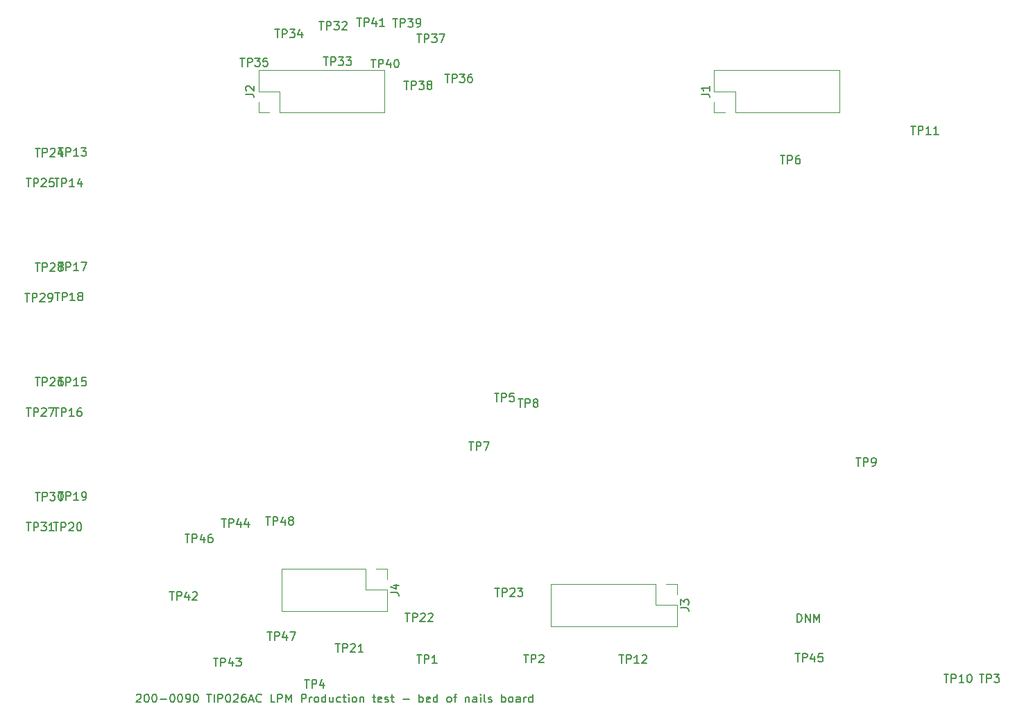
<source format=gbr>
%TF.GenerationSoftware,KiCad,Pcbnew,(6.0.10)*%
%TF.CreationDate,2023-02-14T14:41:43+00:00*%
%TF.ProjectId,Bed_of_nails,4265645f-6f66-45f6-9e61-696c732e6b69,AC*%
%TF.SameCoordinates,Original*%
%TF.FileFunction,Legend,Top*%
%TF.FilePolarity,Positive*%
%FSLAX46Y46*%
G04 Gerber Fmt 4.6, Leading zero omitted, Abs format (unit mm)*
G04 Created by KiCad (PCBNEW (6.0.10)) date 2023-02-14 14:41:43*
%MOMM*%
%LPD*%
G01*
G04 APERTURE LIST*
%ADD10C,0.150000*%
%ADD11C,0.120000*%
G04 APERTURE END LIST*
D10*
X187332857Y-123802380D02*
X187332857Y-122802380D01*
X187570952Y-122802380D01*
X187713809Y-122850000D01*
X187809047Y-122945238D01*
X187856666Y-123040476D01*
X187904285Y-123230952D01*
X187904285Y-123373809D01*
X187856666Y-123564285D01*
X187809047Y-123659523D01*
X187713809Y-123754761D01*
X187570952Y-123802380D01*
X187332857Y-123802380D01*
X188332857Y-123802380D02*
X188332857Y-122802380D01*
X188904285Y-123802380D01*
X188904285Y-122802380D01*
X189380476Y-123802380D02*
X189380476Y-122802380D01*
X189713809Y-123516666D01*
X190047142Y-122802380D01*
X190047142Y-123802380D01*
X106689523Y-132667619D02*
X106737142Y-132620000D01*
X106832380Y-132572380D01*
X107070476Y-132572380D01*
X107165714Y-132620000D01*
X107213333Y-132667619D01*
X107260952Y-132762857D01*
X107260952Y-132858095D01*
X107213333Y-133000952D01*
X106641904Y-133572380D01*
X107260952Y-133572380D01*
X107880000Y-132572380D02*
X107975238Y-132572380D01*
X108070476Y-132620000D01*
X108118095Y-132667619D01*
X108165714Y-132762857D01*
X108213333Y-132953333D01*
X108213333Y-133191428D01*
X108165714Y-133381904D01*
X108118095Y-133477142D01*
X108070476Y-133524761D01*
X107975238Y-133572380D01*
X107880000Y-133572380D01*
X107784761Y-133524761D01*
X107737142Y-133477142D01*
X107689523Y-133381904D01*
X107641904Y-133191428D01*
X107641904Y-132953333D01*
X107689523Y-132762857D01*
X107737142Y-132667619D01*
X107784761Y-132620000D01*
X107880000Y-132572380D01*
X108832380Y-132572380D02*
X108927619Y-132572380D01*
X109022857Y-132620000D01*
X109070476Y-132667619D01*
X109118095Y-132762857D01*
X109165714Y-132953333D01*
X109165714Y-133191428D01*
X109118095Y-133381904D01*
X109070476Y-133477142D01*
X109022857Y-133524761D01*
X108927619Y-133572380D01*
X108832380Y-133572380D01*
X108737142Y-133524761D01*
X108689523Y-133477142D01*
X108641904Y-133381904D01*
X108594285Y-133191428D01*
X108594285Y-132953333D01*
X108641904Y-132762857D01*
X108689523Y-132667619D01*
X108737142Y-132620000D01*
X108832380Y-132572380D01*
X109594285Y-133191428D02*
X110356190Y-133191428D01*
X111022857Y-132572380D02*
X111118095Y-132572380D01*
X111213333Y-132620000D01*
X111260952Y-132667619D01*
X111308571Y-132762857D01*
X111356190Y-132953333D01*
X111356190Y-133191428D01*
X111308571Y-133381904D01*
X111260952Y-133477142D01*
X111213333Y-133524761D01*
X111118095Y-133572380D01*
X111022857Y-133572380D01*
X110927619Y-133524761D01*
X110880000Y-133477142D01*
X110832380Y-133381904D01*
X110784761Y-133191428D01*
X110784761Y-132953333D01*
X110832380Y-132762857D01*
X110880000Y-132667619D01*
X110927619Y-132620000D01*
X111022857Y-132572380D01*
X111975238Y-132572380D02*
X112070476Y-132572380D01*
X112165714Y-132620000D01*
X112213333Y-132667619D01*
X112260952Y-132762857D01*
X112308571Y-132953333D01*
X112308571Y-133191428D01*
X112260952Y-133381904D01*
X112213333Y-133477142D01*
X112165714Y-133524761D01*
X112070476Y-133572380D01*
X111975238Y-133572380D01*
X111880000Y-133524761D01*
X111832380Y-133477142D01*
X111784761Y-133381904D01*
X111737142Y-133191428D01*
X111737142Y-132953333D01*
X111784761Y-132762857D01*
X111832380Y-132667619D01*
X111880000Y-132620000D01*
X111975238Y-132572380D01*
X112784761Y-133572380D02*
X112975238Y-133572380D01*
X113070476Y-133524761D01*
X113118095Y-133477142D01*
X113213333Y-133334285D01*
X113260952Y-133143809D01*
X113260952Y-132762857D01*
X113213333Y-132667619D01*
X113165714Y-132620000D01*
X113070476Y-132572380D01*
X112880000Y-132572380D01*
X112784761Y-132620000D01*
X112737142Y-132667619D01*
X112689523Y-132762857D01*
X112689523Y-133000952D01*
X112737142Y-133096190D01*
X112784761Y-133143809D01*
X112880000Y-133191428D01*
X113070476Y-133191428D01*
X113165714Y-133143809D01*
X113213333Y-133096190D01*
X113260952Y-133000952D01*
X113880000Y-132572380D02*
X113975238Y-132572380D01*
X114070476Y-132620000D01*
X114118095Y-132667619D01*
X114165714Y-132762857D01*
X114213333Y-132953333D01*
X114213333Y-133191428D01*
X114165714Y-133381904D01*
X114118095Y-133477142D01*
X114070476Y-133524761D01*
X113975238Y-133572380D01*
X113880000Y-133572380D01*
X113784761Y-133524761D01*
X113737142Y-133477142D01*
X113689523Y-133381904D01*
X113641904Y-133191428D01*
X113641904Y-132953333D01*
X113689523Y-132762857D01*
X113737142Y-132667619D01*
X113784761Y-132620000D01*
X113880000Y-132572380D01*
X115260952Y-132572380D02*
X115832380Y-132572380D01*
X115546666Y-133572380D02*
X115546666Y-132572380D01*
X116165714Y-133572380D02*
X116165714Y-132572380D01*
X116641904Y-133572380D02*
X116641904Y-132572380D01*
X117022857Y-132572380D01*
X117118095Y-132620000D01*
X117165714Y-132667619D01*
X117213333Y-132762857D01*
X117213333Y-132905714D01*
X117165714Y-133000952D01*
X117118095Y-133048571D01*
X117022857Y-133096190D01*
X116641904Y-133096190D01*
X117832380Y-132572380D02*
X117927619Y-132572380D01*
X118022857Y-132620000D01*
X118070476Y-132667619D01*
X118118095Y-132762857D01*
X118165714Y-132953333D01*
X118165714Y-133191428D01*
X118118095Y-133381904D01*
X118070476Y-133477142D01*
X118022857Y-133524761D01*
X117927619Y-133572380D01*
X117832380Y-133572380D01*
X117737142Y-133524761D01*
X117689523Y-133477142D01*
X117641904Y-133381904D01*
X117594285Y-133191428D01*
X117594285Y-132953333D01*
X117641904Y-132762857D01*
X117689523Y-132667619D01*
X117737142Y-132620000D01*
X117832380Y-132572380D01*
X118546666Y-132667619D02*
X118594285Y-132620000D01*
X118689523Y-132572380D01*
X118927619Y-132572380D01*
X119022857Y-132620000D01*
X119070476Y-132667619D01*
X119118095Y-132762857D01*
X119118095Y-132858095D01*
X119070476Y-133000952D01*
X118499047Y-133572380D01*
X119118095Y-133572380D01*
X119975238Y-132572380D02*
X119784761Y-132572380D01*
X119689523Y-132620000D01*
X119641904Y-132667619D01*
X119546666Y-132810476D01*
X119499047Y-133000952D01*
X119499047Y-133381904D01*
X119546666Y-133477142D01*
X119594285Y-133524761D01*
X119689523Y-133572380D01*
X119879999Y-133572380D01*
X119975238Y-133524761D01*
X120022857Y-133477142D01*
X120070476Y-133381904D01*
X120070476Y-133143809D01*
X120022857Y-133048571D01*
X119975238Y-133000952D01*
X119879999Y-132953333D01*
X119689523Y-132953333D01*
X119594285Y-133000952D01*
X119546666Y-133048571D01*
X119499047Y-133143809D01*
X120451428Y-133286666D02*
X120927619Y-133286666D01*
X120356190Y-133572380D02*
X120689523Y-132572380D01*
X121022857Y-133572380D01*
X121927619Y-133477142D02*
X121879999Y-133524761D01*
X121737142Y-133572380D01*
X121641904Y-133572380D01*
X121499047Y-133524761D01*
X121403809Y-133429523D01*
X121356190Y-133334285D01*
X121308571Y-133143809D01*
X121308571Y-133000952D01*
X121356190Y-132810476D01*
X121403809Y-132715238D01*
X121499047Y-132620000D01*
X121641904Y-132572380D01*
X121737142Y-132572380D01*
X121879999Y-132620000D01*
X121927619Y-132667619D01*
X123594285Y-133572380D02*
X123118095Y-133572380D01*
X123118095Y-132572380D01*
X123927619Y-133572380D02*
X123927619Y-132572380D01*
X124308571Y-132572380D01*
X124403809Y-132620000D01*
X124451428Y-132667619D01*
X124499047Y-132762857D01*
X124499047Y-132905714D01*
X124451428Y-133000952D01*
X124403809Y-133048571D01*
X124308571Y-133096190D01*
X123927619Y-133096190D01*
X124927619Y-133572380D02*
X124927619Y-132572380D01*
X125260952Y-133286666D01*
X125594285Y-132572380D01*
X125594285Y-133572380D01*
X126832380Y-133572380D02*
X126832380Y-132572380D01*
X127213333Y-132572380D01*
X127308571Y-132620000D01*
X127356190Y-132667619D01*
X127403809Y-132762857D01*
X127403809Y-132905714D01*
X127356190Y-133000952D01*
X127308571Y-133048571D01*
X127213333Y-133096190D01*
X126832380Y-133096190D01*
X127832380Y-133572380D02*
X127832380Y-132905714D01*
X127832380Y-133096190D02*
X127879999Y-133000952D01*
X127927619Y-132953333D01*
X128022857Y-132905714D01*
X128118095Y-132905714D01*
X128594285Y-133572380D02*
X128499047Y-133524761D01*
X128451428Y-133477142D01*
X128403809Y-133381904D01*
X128403809Y-133096190D01*
X128451428Y-133000952D01*
X128499047Y-132953333D01*
X128594285Y-132905714D01*
X128737142Y-132905714D01*
X128832380Y-132953333D01*
X128879999Y-133000952D01*
X128927619Y-133096190D01*
X128927619Y-133381904D01*
X128879999Y-133477142D01*
X128832380Y-133524761D01*
X128737142Y-133572380D01*
X128594285Y-133572380D01*
X129784761Y-133572380D02*
X129784761Y-132572380D01*
X129784761Y-133524761D02*
X129689523Y-133572380D01*
X129499047Y-133572380D01*
X129403809Y-133524761D01*
X129356190Y-133477142D01*
X129308571Y-133381904D01*
X129308571Y-133096190D01*
X129356190Y-133000952D01*
X129403809Y-132953333D01*
X129499047Y-132905714D01*
X129689523Y-132905714D01*
X129784761Y-132953333D01*
X130689523Y-132905714D02*
X130689523Y-133572380D01*
X130260952Y-132905714D02*
X130260952Y-133429523D01*
X130308571Y-133524761D01*
X130403809Y-133572380D01*
X130546666Y-133572380D01*
X130641904Y-133524761D01*
X130689523Y-133477142D01*
X131594285Y-133524761D02*
X131499047Y-133572380D01*
X131308571Y-133572380D01*
X131213333Y-133524761D01*
X131165714Y-133477142D01*
X131118095Y-133381904D01*
X131118095Y-133096190D01*
X131165714Y-133000952D01*
X131213333Y-132953333D01*
X131308571Y-132905714D01*
X131499047Y-132905714D01*
X131594285Y-132953333D01*
X131879999Y-132905714D02*
X132260952Y-132905714D01*
X132022857Y-132572380D02*
X132022857Y-133429523D01*
X132070476Y-133524761D01*
X132165714Y-133572380D01*
X132260952Y-133572380D01*
X132594285Y-133572380D02*
X132594285Y-132905714D01*
X132594285Y-132572380D02*
X132546666Y-132620000D01*
X132594285Y-132667619D01*
X132641904Y-132620000D01*
X132594285Y-132572380D01*
X132594285Y-132667619D01*
X133213333Y-133572380D02*
X133118095Y-133524761D01*
X133070476Y-133477142D01*
X133022857Y-133381904D01*
X133022857Y-133096190D01*
X133070476Y-133000952D01*
X133118095Y-132953333D01*
X133213333Y-132905714D01*
X133356190Y-132905714D01*
X133451428Y-132953333D01*
X133499047Y-133000952D01*
X133546666Y-133096190D01*
X133546666Y-133381904D01*
X133499047Y-133477142D01*
X133451428Y-133524761D01*
X133356190Y-133572380D01*
X133213333Y-133572380D01*
X133975238Y-132905714D02*
X133975238Y-133572380D01*
X133975238Y-133000952D02*
X134022857Y-132953333D01*
X134118095Y-132905714D01*
X134260952Y-132905714D01*
X134356190Y-132953333D01*
X134403809Y-133048571D01*
X134403809Y-133572380D01*
X135499047Y-132905714D02*
X135879999Y-132905714D01*
X135641904Y-132572380D02*
X135641904Y-133429523D01*
X135689523Y-133524761D01*
X135784761Y-133572380D01*
X135879999Y-133572380D01*
X136594285Y-133524761D02*
X136499047Y-133572380D01*
X136308571Y-133572380D01*
X136213333Y-133524761D01*
X136165714Y-133429523D01*
X136165714Y-133048571D01*
X136213333Y-132953333D01*
X136308571Y-132905714D01*
X136499047Y-132905714D01*
X136594285Y-132953333D01*
X136641904Y-133048571D01*
X136641904Y-133143809D01*
X136165714Y-133239047D01*
X137022857Y-133524761D02*
X137118095Y-133572380D01*
X137308571Y-133572380D01*
X137403809Y-133524761D01*
X137451428Y-133429523D01*
X137451428Y-133381904D01*
X137403809Y-133286666D01*
X137308571Y-133239047D01*
X137165714Y-133239047D01*
X137070476Y-133191428D01*
X137022857Y-133096190D01*
X137022857Y-133048571D01*
X137070476Y-132953333D01*
X137165714Y-132905714D01*
X137308571Y-132905714D01*
X137403809Y-132953333D01*
X137737142Y-132905714D02*
X138118095Y-132905714D01*
X137879999Y-132572380D02*
X137879999Y-133429523D01*
X137927619Y-133524761D01*
X138022857Y-133572380D01*
X138118095Y-133572380D01*
X139213333Y-133191428D02*
X139975238Y-133191428D01*
X141213333Y-133572380D02*
X141213333Y-132572380D01*
X141213333Y-132953333D02*
X141308571Y-132905714D01*
X141499047Y-132905714D01*
X141594285Y-132953333D01*
X141641904Y-133000952D01*
X141689523Y-133096190D01*
X141689523Y-133381904D01*
X141641904Y-133477142D01*
X141594285Y-133524761D01*
X141499047Y-133572380D01*
X141308571Y-133572380D01*
X141213333Y-133524761D01*
X142499047Y-133524761D02*
X142403809Y-133572380D01*
X142213333Y-133572380D01*
X142118095Y-133524761D01*
X142070476Y-133429523D01*
X142070476Y-133048571D01*
X142118095Y-132953333D01*
X142213333Y-132905714D01*
X142403809Y-132905714D01*
X142499047Y-132953333D01*
X142546666Y-133048571D01*
X142546666Y-133143809D01*
X142070476Y-133239047D01*
X143403809Y-133572380D02*
X143403809Y-132572380D01*
X143403809Y-133524761D02*
X143308571Y-133572380D01*
X143118095Y-133572380D01*
X143022857Y-133524761D01*
X142975238Y-133477142D01*
X142927619Y-133381904D01*
X142927619Y-133096190D01*
X142975238Y-133000952D01*
X143022857Y-132953333D01*
X143118095Y-132905714D01*
X143308571Y-132905714D01*
X143403809Y-132953333D01*
X144784761Y-133572380D02*
X144689523Y-133524761D01*
X144641904Y-133477142D01*
X144594285Y-133381904D01*
X144594285Y-133096190D01*
X144641904Y-133000952D01*
X144689523Y-132953333D01*
X144784761Y-132905714D01*
X144927619Y-132905714D01*
X145022857Y-132953333D01*
X145070476Y-133000952D01*
X145118095Y-133096190D01*
X145118095Y-133381904D01*
X145070476Y-133477142D01*
X145022857Y-133524761D01*
X144927619Y-133572380D01*
X144784761Y-133572380D01*
X145403809Y-132905714D02*
X145784761Y-132905714D01*
X145546666Y-133572380D02*
X145546666Y-132715238D01*
X145594285Y-132620000D01*
X145689523Y-132572380D01*
X145784761Y-132572380D01*
X146879999Y-132905714D02*
X146879999Y-133572380D01*
X146879999Y-133000952D02*
X146927619Y-132953333D01*
X147022857Y-132905714D01*
X147165714Y-132905714D01*
X147260952Y-132953333D01*
X147308571Y-133048571D01*
X147308571Y-133572380D01*
X148213333Y-133572380D02*
X148213333Y-133048571D01*
X148165714Y-132953333D01*
X148070476Y-132905714D01*
X147879999Y-132905714D01*
X147784761Y-132953333D01*
X148213333Y-133524761D02*
X148118095Y-133572380D01*
X147879999Y-133572380D01*
X147784761Y-133524761D01*
X147737142Y-133429523D01*
X147737142Y-133334285D01*
X147784761Y-133239047D01*
X147879999Y-133191428D01*
X148118095Y-133191428D01*
X148213333Y-133143809D01*
X148689523Y-133572380D02*
X148689523Y-132905714D01*
X148689523Y-132572380D02*
X148641904Y-132620000D01*
X148689523Y-132667619D01*
X148737142Y-132620000D01*
X148689523Y-132572380D01*
X148689523Y-132667619D01*
X149308571Y-133572380D02*
X149213333Y-133524761D01*
X149165714Y-133429523D01*
X149165714Y-132572380D01*
X149641904Y-133524761D02*
X149737142Y-133572380D01*
X149927619Y-133572380D01*
X150022857Y-133524761D01*
X150070476Y-133429523D01*
X150070476Y-133381904D01*
X150022857Y-133286666D01*
X149927619Y-133239047D01*
X149784761Y-133239047D01*
X149689523Y-133191428D01*
X149641904Y-133096190D01*
X149641904Y-133048571D01*
X149689523Y-132953333D01*
X149784761Y-132905714D01*
X149927619Y-132905714D01*
X150022857Y-132953333D01*
X151260952Y-133572380D02*
X151260952Y-132572380D01*
X151260952Y-132953333D02*
X151356190Y-132905714D01*
X151546666Y-132905714D01*
X151641904Y-132953333D01*
X151689523Y-133000952D01*
X151737142Y-133096190D01*
X151737142Y-133381904D01*
X151689523Y-133477142D01*
X151641904Y-133524761D01*
X151546666Y-133572380D01*
X151356190Y-133572380D01*
X151260952Y-133524761D01*
X152308571Y-133572380D02*
X152213333Y-133524761D01*
X152165714Y-133477142D01*
X152118095Y-133381904D01*
X152118095Y-133096190D01*
X152165714Y-133000952D01*
X152213333Y-132953333D01*
X152308571Y-132905714D01*
X152451428Y-132905714D01*
X152546666Y-132953333D01*
X152594285Y-133000952D01*
X152641904Y-133096190D01*
X152641904Y-133381904D01*
X152594285Y-133477142D01*
X152546666Y-133524761D01*
X152451428Y-133572380D01*
X152308571Y-133572380D01*
X153499047Y-133572380D02*
X153499047Y-133048571D01*
X153451428Y-132953333D01*
X153356190Y-132905714D01*
X153165714Y-132905714D01*
X153070476Y-132953333D01*
X153499047Y-133524761D02*
X153403809Y-133572380D01*
X153165714Y-133572380D01*
X153070476Y-133524761D01*
X153022857Y-133429523D01*
X153022857Y-133334285D01*
X153070476Y-133239047D01*
X153165714Y-133191428D01*
X153403809Y-133191428D01*
X153499047Y-133143809D01*
X153975238Y-133572380D02*
X153975238Y-132905714D01*
X153975238Y-133096190D02*
X154022857Y-133000952D01*
X154070476Y-132953333D01*
X154165714Y-132905714D01*
X154260952Y-132905714D01*
X155022857Y-133572380D02*
X155022857Y-132572380D01*
X155022857Y-133524761D02*
X154927619Y-133572380D01*
X154737142Y-133572380D01*
X154641904Y-133524761D01*
X154594285Y-133477142D01*
X154546666Y-133381904D01*
X154546666Y-133096190D01*
X154594285Y-133000952D01*
X154641904Y-132953333D01*
X154737142Y-132905714D01*
X154927619Y-132905714D01*
X155022857Y-132953333D01*
%TO.C,J1*%
X175612379Y-59343333D02*
X176326665Y-59343333D01*
X176469522Y-59390952D01*
X176564760Y-59486190D01*
X176612379Y-59629047D01*
X176612379Y-59724285D01*
X176612379Y-58343333D02*
X176612379Y-58914761D01*
X176612379Y-58629047D02*
X175612379Y-58629047D01*
X175755237Y-58724285D01*
X175850475Y-58819523D01*
X175898094Y-58914761D01*
%TO.C,TP46*%
X112611904Y-113072380D02*
X113183333Y-113072380D01*
X112897619Y-114072380D02*
X112897619Y-113072380D01*
X113516666Y-114072380D02*
X113516666Y-113072380D01*
X113897619Y-113072380D01*
X113992857Y-113120000D01*
X114040476Y-113167619D01*
X114088095Y-113262857D01*
X114088095Y-113405714D01*
X114040476Y-113500952D01*
X113992857Y-113548571D01*
X113897619Y-113596190D01*
X113516666Y-113596190D01*
X114945238Y-113405714D02*
X114945238Y-114072380D01*
X114707142Y-113024761D02*
X114469047Y-113739047D01*
X115088095Y-113739047D01*
X115897619Y-113072380D02*
X115707142Y-113072380D01*
X115611904Y-113120000D01*
X115564285Y-113167619D01*
X115469047Y-113310476D01*
X115421428Y-113500952D01*
X115421428Y-113881904D01*
X115469047Y-113977142D01*
X115516666Y-114024761D01*
X115611904Y-114072380D01*
X115802380Y-114072380D01*
X115897619Y-114024761D01*
X115945238Y-113977142D01*
X115992857Y-113881904D01*
X115992857Y-113643809D01*
X115945238Y-113548571D01*
X115897619Y-113500952D01*
X115802380Y-113453333D01*
X115611904Y-113453333D01*
X115516666Y-113500952D01*
X115469047Y-113548571D01*
X115421428Y-113643809D01*
%TO.C,TP5*%
X150367857Y-95852380D02*
X150939285Y-95852380D01*
X150653571Y-96852380D02*
X150653571Y-95852380D01*
X151272619Y-96852380D02*
X151272619Y-95852380D01*
X151653571Y-95852380D01*
X151748809Y-95900000D01*
X151796428Y-95947619D01*
X151844047Y-96042857D01*
X151844047Y-96185714D01*
X151796428Y-96280952D01*
X151748809Y-96328571D01*
X151653571Y-96376190D01*
X151272619Y-96376190D01*
X152748809Y-95852380D02*
X152272619Y-95852380D01*
X152225000Y-96328571D01*
X152272619Y-96280952D01*
X152367857Y-96233333D01*
X152605952Y-96233333D01*
X152701190Y-96280952D01*
X152748809Y-96328571D01*
X152796428Y-96423809D01*
X152796428Y-96661904D01*
X152748809Y-96757142D01*
X152701190Y-96804761D01*
X152605952Y-96852380D01*
X152367857Y-96852380D01*
X152272619Y-96804761D01*
X152225000Y-96757142D01*
%TO.C,TP21*%
X130961904Y-126442380D02*
X131533333Y-126442380D01*
X131247619Y-127442380D02*
X131247619Y-126442380D01*
X131866666Y-127442380D02*
X131866666Y-126442380D01*
X132247619Y-126442380D01*
X132342857Y-126490000D01*
X132390476Y-126537619D01*
X132438095Y-126632857D01*
X132438095Y-126775714D01*
X132390476Y-126870952D01*
X132342857Y-126918571D01*
X132247619Y-126966190D01*
X131866666Y-126966190D01*
X132819047Y-126537619D02*
X132866666Y-126490000D01*
X132961904Y-126442380D01*
X133200000Y-126442380D01*
X133295238Y-126490000D01*
X133342857Y-126537619D01*
X133390476Y-126632857D01*
X133390476Y-126728095D01*
X133342857Y-126870952D01*
X132771428Y-127442380D01*
X133390476Y-127442380D01*
X134342857Y-127442380D02*
X133771428Y-127442380D01*
X134057142Y-127442380D02*
X134057142Y-126442380D01*
X133961904Y-126585238D01*
X133866666Y-126680476D01*
X133771428Y-126728095D01*
%TO.C,TP3*%
X209558095Y-130152380D02*
X210129523Y-130152380D01*
X209843809Y-131152380D02*
X209843809Y-130152380D01*
X210462857Y-131152380D02*
X210462857Y-130152380D01*
X210843809Y-130152380D01*
X210939047Y-130200000D01*
X210986666Y-130247619D01*
X211034285Y-130342857D01*
X211034285Y-130485714D01*
X210986666Y-130580952D01*
X210939047Y-130628571D01*
X210843809Y-130676190D01*
X210462857Y-130676190D01*
X211367619Y-130152380D02*
X211986666Y-130152380D01*
X211653333Y-130533333D01*
X211796190Y-130533333D01*
X211891428Y-130580952D01*
X211939047Y-130628571D01*
X211986666Y-130723809D01*
X211986666Y-130961904D01*
X211939047Y-131057142D01*
X211891428Y-131104761D01*
X211796190Y-131152380D01*
X211510476Y-131152380D01*
X211415238Y-131104761D01*
X211367619Y-131057142D01*
%TO.C,TP42*%
X110732618Y-120092380D02*
X111304047Y-120092380D01*
X111018333Y-121092380D02*
X111018333Y-120092380D01*
X111637380Y-121092380D02*
X111637380Y-120092380D01*
X112018333Y-120092380D01*
X112113571Y-120140000D01*
X112161190Y-120187619D01*
X112208809Y-120282857D01*
X112208809Y-120425714D01*
X112161190Y-120520952D01*
X112113571Y-120568571D01*
X112018333Y-120616190D01*
X111637380Y-120616190D01*
X113065952Y-120425714D02*
X113065952Y-121092380D01*
X112827856Y-120044761D02*
X112589761Y-120759047D01*
X113208809Y-120759047D01*
X113542142Y-120187619D02*
X113589761Y-120140000D01*
X113684999Y-120092380D01*
X113923094Y-120092380D01*
X114018333Y-120140000D01*
X114065952Y-120187619D01*
X114113571Y-120282857D01*
X114113571Y-120378095D01*
X114065952Y-120520952D01*
X113494523Y-121092380D01*
X114113571Y-121092380D01*
%TO.C,TP28*%
X94341666Y-79952380D02*
X94913095Y-79952380D01*
X94627381Y-80952380D02*
X94627381Y-79952380D01*
X95246428Y-80952380D02*
X95246428Y-79952380D01*
X95627381Y-79952380D01*
X95722619Y-80000000D01*
X95770238Y-80047619D01*
X95817857Y-80142857D01*
X95817857Y-80285714D01*
X95770238Y-80380952D01*
X95722619Y-80428571D01*
X95627381Y-80476190D01*
X95246428Y-80476190D01*
X96198809Y-80047619D02*
X96246428Y-80000000D01*
X96341666Y-79952380D01*
X96579762Y-79952380D01*
X96675000Y-80000000D01*
X96722619Y-80047619D01*
X96770238Y-80142857D01*
X96770238Y-80238095D01*
X96722619Y-80380952D01*
X96151190Y-80952380D01*
X96770238Y-80952380D01*
X97341666Y-80380952D02*
X97246428Y-80333333D01*
X97198809Y-80285714D01*
X97151190Y-80190476D01*
X97151190Y-80142857D01*
X97198809Y-80047619D01*
X97246428Y-80000000D01*
X97341666Y-79952380D01*
X97532142Y-79952380D01*
X97627381Y-80000000D01*
X97675000Y-80047619D01*
X97722619Y-80142857D01*
X97722619Y-80190476D01*
X97675000Y-80285714D01*
X97627381Y-80333333D01*
X97532142Y-80380952D01*
X97341666Y-80380952D01*
X97246428Y-80428571D01*
X97198809Y-80476190D01*
X97151190Y-80571428D01*
X97151190Y-80761904D01*
X97198809Y-80857142D01*
X97246428Y-80904761D01*
X97341666Y-80952380D01*
X97532142Y-80952380D01*
X97627381Y-80904761D01*
X97675000Y-80857142D01*
X97722619Y-80761904D01*
X97722619Y-80571428D01*
X97675000Y-80476190D01*
X97627381Y-80428571D01*
X97532142Y-80380952D01*
%TO.C,TP2*%
X153967857Y-127752380D02*
X154539285Y-127752380D01*
X154253571Y-128752380D02*
X154253571Y-127752380D01*
X154872619Y-128752380D02*
X154872619Y-127752380D01*
X155253571Y-127752380D01*
X155348809Y-127800000D01*
X155396428Y-127847619D01*
X155444047Y-127942857D01*
X155444047Y-128085714D01*
X155396428Y-128180952D01*
X155348809Y-128228571D01*
X155253571Y-128276190D01*
X154872619Y-128276190D01*
X155825000Y-127847619D02*
X155872619Y-127800000D01*
X155967857Y-127752380D01*
X156205952Y-127752380D01*
X156301190Y-127800000D01*
X156348809Y-127847619D01*
X156396428Y-127942857D01*
X156396428Y-128038095D01*
X156348809Y-128180952D01*
X155777381Y-128752380D01*
X156396428Y-128752380D01*
%TO.C,TP15*%
X97191666Y-93952380D02*
X97763095Y-93952380D01*
X97477381Y-94952380D02*
X97477381Y-93952380D01*
X98096428Y-94952380D02*
X98096428Y-93952380D01*
X98477381Y-93952380D01*
X98572619Y-94000000D01*
X98620238Y-94047619D01*
X98667857Y-94142857D01*
X98667857Y-94285714D01*
X98620238Y-94380952D01*
X98572619Y-94428571D01*
X98477381Y-94476190D01*
X98096428Y-94476190D01*
X99620238Y-94952380D02*
X99048809Y-94952380D01*
X99334523Y-94952380D02*
X99334523Y-93952380D01*
X99239285Y-94095238D01*
X99144047Y-94190476D01*
X99048809Y-94238095D01*
X100525000Y-93952380D02*
X100048809Y-93952380D01*
X100001190Y-94428571D01*
X100048809Y-94380952D01*
X100144047Y-94333333D01*
X100382142Y-94333333D01*
X100477381Y-94380952D01*
X100525000Y-94428571D01*
X100572619Y-94523809D01*
X100572619Y-94761904D01*
X100525000Y-94857142D01*
X100477381Y-94904761D01*
X100382142Y-94952380D01*
X100144047Y-94952380D01*
X100048809Y-94904761D01*
X100001190Y-94857142D01*
%TO.C,TP24*%
X94341666Y-65952380D02*
X94913095Y-65952380D01*
X94627381Y-66952380D02*
X94627381Y-65952380D01*
X95246428Y-66952380D02*
X95246428Y-65952380D01*
X95627381Y-65952380D01*
X95722619Y-66000000D01*
X95770238Y-66047619D01*
X95817857Y-66142857D01*
X95817857Y-66285714D01*
X95770238Y-66380952D01*
X95722619Y-66428571D01*
X95627381Y-66476190D01*
X95246428Y-66476190D01*
X96198809Y-66047619D02*
X96246428Y-66000000D01*
X96341666Y-65952380D01*
X96579762Y-65952380D01*
X96675000Y-66000000D01*
X96722619Y-66047619D01*
X96770238Y-66142857D01*
X96770238Y-66238095D01*
X96722619Y-66380952D01*
X96151190Y-66952380D01*
X96770238Y-66952380D01*
X97627381Y-66285714D02*
X97627381Y-66952380D01*
X97389285Y-65904761D02*
X97151190Y-66619047D01*
X97770238Y-66619047D01*
%TO.C,TP9*%
X194517857Y-103752380D02*
X195089285Y-103752380D01*
X194803571Y-104752380D02*
X194803571Y-103752380D01*
X195422619Y-104752380D02*
X195422619Y-103752380D01*
X195803571Y-103752380D01*
X195898809Y-103800000D01*
X195946428Y-103847619D01*
X195994047Y-103942857D01*
X195994047Y-104085714D01*
X195946428Y-104180952D01*
X195898809Y-104228571D01*
X195803571Y-104276190D01*
X195422619Y-104276190D01*
X196470238Y-104752380D02*
X196660714Y-104752380D01*
X196755952Y-104704761D01*
X196803571Y-104657142D01*
X196898809Y-104514285D01*
X196946428Y-104323809D01*
X196946428Y-103942857D01*
X196898809Y-103847619D01*
X196851190Y-103800000D01*
X196755952Y-103752380D01*
X196565476Y-103752380D01*
X196470238Y-103800000D01*
X196422619Y-103847619D01*
X196375000Y-103942857D01*
X196375000Y-104180952D01*
X196422619Y-104276190D01*
X196470238Y-104323809D01*
X196565476Y-104371428D01*
X196755952Y-104371428D01*
X196851190Y-104323809D01*
X196898809Y-104276190D01*
X196946428Y-104180952D01*
%TO.C,TP38*%
X139351904Y-57752380D02*
X139923333Y-57752380D01*
X139637619Y-58752380D02*
X139637619Y-57752380D01*
X140256666Y-58752380D02*
X140256666Y-57752380D01*
X140637619Y-57752380D01*
X140732857Y-57800000D01*
X140780476Y-57847619D01*
X140828095Y-57942857D01*
X140828095Y-58085714D01*
X140780476Y-58180952D01*
X140732857Y-58228571D01*
X140637619Y-58276190D01*
X140256666Y-58276190D01*
X141161428Y-57752380D02*
X141780476Y-57752380D01*
X141447142Y-58133333D01*
X141590000Y-58133333D01*
X141685238Y-58180952D01*
X141732857Y-58228571D01*
X141780476Y-58323809D01*
X141780476Y-58561904D01*
X141732857Y-58657142D01*
X141685238Y-58704761D01*
X141590000Y-58752380D01*
X141304285Y-58752380D01*
X141209047Y-58704761D01*
X141161428Y-58657142D01*
X142351904Y-58180952D02*
X142256666Y-58133333D01*
X142209047Y-58085714D01*
X142161428Y-57990476D01*
X142161428Y-57942857D01*
X142209047Y-57847619D01*
X142256666Y-57800000D01*
X142351904Y-57752380D01*
X142542380Y-57752380D01*
X142637619Y-57800000D01*
X142685238Y-57847619D01*
X142732857Y-57942857D01*
X142732857Y-57990476D01*
X142685238Y-58085714D01*
X142637619Y-58133333D01*
X142542380Y-58180952D01*
X142351904Y-58180952D01*
X142256666Y-58228571D01*
X142209047Y-58276190D01*
X142161428Y-58371428D01*
X142161428Y-58561904D01*
X142209047Y-58657142D01*
X142256666Y-58704761D01*
X142351904Y-58752380D01*
X142542380Y-58752380D01*
X142637619Y-58704761D01*
X142685238Y-58657142D01*
X142732857Y-58561904D01*
X142732857Y-58371428D01*
X142685238Y-58276190D01*
X142637619Y-58228571D01*
X142542380Y-58180952D01*
%TO.C,TP14*%
X96691666Y-69652380D02*
X97263095Y-69652380D01*
X96977381Y-70652380D02*
X96977381Y-69652380D01*
X97596428Y-70652380D02*
X97596428Y-69652380D01*
X97977381Y-69652380D01*
X98072619Y-69700000D01*
X98120238Y-69747619D01*
X98167857Y-69842857D01*
X98167857Y-69985714D01*
X98120238Y-70080952D01*
X98072619Y-70128571D01*
X97977381Y-70176190D01*
X97596428Y-70176190D01*
X99120238Y-70652380D02*
X98548809Y-70652380D01*
X98834523Y-70652380D02*
X98834523Y-69652380D01*
X98739285Y-69795238D01*
X98644047Y-69890476D01*
X98548809Y-69938095D01*
X99977381Y-69985714D02*
X99977381Y-70652380D01*
X99739285Y-69604761D02*
X99501190Y-70319047D01*
X100120238Y-70319047D01*
%TO.C,TP26*%
X94341666Y-93952380D02*
X94913095Y-93952380D01*
X94627381Y-94952380D02*
X94627381Y-93952380D01*
X95246428Y-94952380D02*
X95246428Y-93952380D01*
X95627381Y-93952380D01*
X95722619Y-94000000D01*
X95770238Y-94047619D01*
X95817857Y-94142857D01*
X95817857Y-94285714D01*
X95770238Y-94380952D01*
X95722619Y-94428571D01*
X95627381Y-94476190D01*
X95246428Y-94476190D01*
X96198809Y-94047619D02*
X96246428Y-94000000D01*
X96341666Y-93952380D01*
X96579762Y-93952380D01*
X96675000Y-94000000D01*
X96722619Y-94047619D01*
X96770238Y-94142857D01*
X96770238Y-94238095D01*
X96722619Y-94380952D01*
X96151190Y-94952380D01*
X96770238Y-94952380D01*
X97627381Y-93952380D02*
X97436904Y-93952380D01*
X97341666Y-94000000D01*
X97294047Y-94047619D01*
X97198809Y-94190476D01*
X97151190Y-94380952D01*
X97151190Y-94761904D01*
X97198809Y-94857142D01*
X97246428Y-94904761D01*
X97341666Y-94952380D01*
X97532142Y-94952380D01*
X97627381Y-94904761D01*
X97675000Y-94857142D01*
X97722619Y-94761904D01*
X97722619Y-94523809D01*
X97675000Y-94428571D01*
X97627381Y-94380952D01*
X97532142Y-94333333D01*
X97341666Y-94333333D01*
X97246428Y-94380952D01*
X97198809Y-94428571D01*
X97151190Y-94523809D01*
%TO.C,TP37*%
X140911904Y-52042380D02*
X141483333Y-52042380D01*
X141197619Y-53042380D02*
X141197619Y-52042380D01*
X141816666Y-53042380D02*
X141816666Y-52042380D01*
X142197619Y-52042380D01*
X142292857Y-52090000D01*
X142340476Y-52137619D01*
X142388095Y-52232857D01*
X142388095Y-52375714D01*
X142340476Y-52470952D01*
X142292857Y-52518571D01*
X142197619Y-52566190D01*
X141816666Y-52566190D01*
X142721428Y-52042380D02*
X143340476Y-52042380D01*
X143007142Y-52423333D01*
X143150000Y-52423333D01*
X143245238Y-52470952D01*
X143292857Y-52518571D01*
X143340476Y-52613809D01*
X143340476Y-52851904D01*
X143292857Y-52947142D01*
X143245238Y-52994761D01*
X143150000Y-53042380D01*
X142864285Y-53042380D01*
X142769047Y-52994761D01*
X142721428Y-52947142D01*
X143673809Y-52042380D02*
X144340476Y-52042380D01*
X143911904Y-53042380D01*
%TO.C,TP23*%
X150441904Y-119642380D02*
X151013333Y-119642380D01*
X150727619Y-120642380D02*
X150727619Y-119642380D01*
X151346666Y-120642380D02*
X151346666Y-119642380D01*
X151727619Y-119642380D01*
X151822857Y-119690000D01*
X151870476Y-119737619D01*
X151918095Y-119832857D01*
X151918095Y-119975714D01*
X151870476Y-120070952D01*
X151822857Y-120118571D01*
X151727619Y-120166190D01*
X151346666Y-120166190D01*
X152299047Y-119737619D02*
X152346666Y-119690000D01*
X152441904Y-119642380D01*
X152680000Y-119642380D01*
X152775238Y-119690000D01*
X152822857Y-119737619D01*
X152870476Y-119832857D01*
X152870476Y-119928095D01*
X152822857Y-120070952D01*
X152251428Y-120642380D01*
X152870476Y-120642380D01*
X153203809Y-119642380D02*
X153822857Y-119642380D01*
X153489523Y-120023333D01*
X153632380Y-120023333D01*
X153727619Y-120070952D01*
X153775238Y-120118571D01*
X153822857Y-120213809D01*
X153822857Y-120451904D01*
X153775238Y-120547142D01*
X153727619Y-120594761D01*
X153632380Y-120642380D01*
X153346666Y-120642380D01*
X153251428Y-120594761D01*
X153203809Y-120547142D01*
%TO.C,TP13*%
X97191666Y-65902380D02*
X97763095Y-65902380D01*
X97477381Y-66902380D02*
X97477381Y-65902380D01*
X98096428Y-66902380D02*
X98096428Y-65902380D01*
X98477381Y-65902380D01*
X98572619Y-65950000D01*
X98620238Y-65997619D01*
X98667857Y-66092857D01*
X98667857Y-66235714D01*
X98620238Y-66330952D01*
X98572619Y-66378571D01*
X98477381Y-66426190D01*
X98096428Y-66426190D01*
X99620238Y-66902380D02*
X99048809Y-66902380D01*
X99334523Y-66902380D02*
X99334523Y-65902380D01*
X99239285Y-66045238D01*
X99144047Y-66140476D01*
X99048809Y-66188095D01*
X99953571Y-65902380D02*
X100572619Y-65902380D01*
X100239285Y-66283333D01*
X100382142Y-66283333D01*
X100477381Y-66330952D01*
X100525000Y-66378571D01*
X100572619Y-66473809D01*
X100572619Y-66711904D01*
X100525000Y-66807142D01*
X100477381Y-66854761D01*
X100382142Y-66902380D01*
X100096428Y-66902380D01*
X100001190Y-66854761D01*
X99953571Y-66807142D01*
%TO.C,TP6*%
X185267857Y-66852380D02*
X185839285Y-66852380D01*
X185553571Y-67852380D02*
X185553571Y-66852380D01*
X186172619Y-67852380D02*
X186172619Y-66852380D01*
X186553571Y-66852380D01*
X186648809Y-66900000D01*
X186696428Y-66947619D01*
X186744047Y-67042857D01*
X186744047Y-67185714D01*
X186696428Y-67280952D01*
X186648809Y-67328571D01*
X186553571Y-67376190D01*
X186172619Y-67376190D01*
X187601190Y-66852380D02*
X187410714Y-66852380D01*
X187315476Y-66900000D01*
X187267857Y-66947619D01*
X187172619Y-67090476D01*
X187125000Y-67280952D01*
X187125000Y-67661904D01*
X187172619Y-67757142D01*
X187220238Y-67804761D01*
X187315476Y-67852380D01*
X187505952Y-67852380D01*
X187601190Y-67804761D01*
X187648809Y-67757142D01*
X187696428Y-67661904D01*
X187696428Y-67423809D01*
X187648809Y-67328571D01*
X187601190Y-67280952D01*
X187505952Y-67233333D01*
X187315476Y-67233333D01*
X187220238Y-67280952D01*
X187172619Y-67328571D01*
X187125000Y-67423809D01*
%TO.C,TP11*%
X201191666Y-63252380D02*
X201763095Y-63252380D01*
X201477381Y-64252380D02*
X201477381Y-63252380D01*
X202096428Y-64252380D02*
X202096428Y-63252380D01*
X202477381Y-63252380D01*
X202572619Y-63300000D01*
X202620238Y-63347619D01*
X202667857Y-63442857D01*
X202667857Y-63585714D01*
X202620238Y-63680952D01*
X202572619Y-63728571D01*
X202477381Y-63776190D01*
X202096428Y-63776190D01*
X203620238Y-64252380D02*
X203048809Y-64252380D01*
X203334523Y-64252380D02*
X203334523Y-63252380D01*
X203239285Y-63395238D01*
X203144047Y-63490476D01*
X203048809Y-63538095D01*
X204572619Y-64252380D02*
X204001190Y-64252380D01*
X204286904Y-64252380D02*
X204286904Y-63252380D01*
X204191666Y-63395238D01*
X204096428Y-63490476D01*
X204001190Y-63538095D01*
%TO.C,TP45*%
X187082618Y-127622380D02*
X187654047Y-127622380D01*
X187368333Y-128622380D02*
X187368333Y-127622380D01*
X187987380Y-128622380D02*
X187987380Y-127622380D01*
X188368333Y-127622380D01*
X188463571Y-127670000D01*
X188511190Y-127717619D01*
X188558809Y-127812857D01*
X188558809Y-127955714D01*
X188511190Y-128050952D01*
X188463571Y-128098571D01*
X188368333Y-128146190D01*
X187987380Y-128146190D01*
X189415952Y-127955714D02*
X189415952Y-128622380D01*
X189177856Y-127574761D02*
X188939761Y-128289047D01*
X189558809Y-128289047D01*
X190415952Y-127622380D02*
X189939761Y-127622380D01*
X189892142Y-128098571D01*
X189939761Y-128050952D01*
X190034999Y-128003333D01*
X190273094Y-128003333D01*
X190368333Y-128050952D01*
X190415952Y-128098571D01*
X190463571Y-128193809D01*
X190463571Y-128431904D01*
X190415952Y-128527142D01*
X190368333Y-128574761D01*
X190273094Y-128622380D01*
X190034999Y-128622380D01*
X189939761Y-128574761D01*
X189892142Y-128527142D01*
%TO.C,TP4*%
X127198095Y-130822380D02*
X127769523Y-130822380D01*
X127483809Y-131822380D02*
X127483809Y-130822380D01*
X128102857Y-131822380D02*
X128102857Y-130822380D01*
X128483809Y-130822380D01*
X128579047Y-130870000D01*
X128626666Y-130917619D01*
X128674285Y-131012857D01*
X128674285Y-131155714D01*
X128626666Y-131250952D01*
X128579047Y-131298571D01*
X128483809Y-131346190D01*
X128102857Y-131346190D01*
X129531428Y-131155714D02*
X129531428Y-131822380D01*
X129293333Y-130774761D02*
X129055238Y-131489047D01*
X129674285Y-131489047D01*
%TO.C,TP32*%
X128981904Y-50502380D02*
X129553333Y-50502380D01*
X129267619Y-51502380D02*
X129267619Y-50502380D01*
X129886666Y-51502380D02*
X129886666Y-50502380D01*
X130267619Y-50502380D01*
X130362857Y-50550000D01*
X130410476Y-50597619D01*
X130458095Y-50692857D01*
X130458095Y-50835714D01*
X130410476Y-50930952D01*
X130362857Y-50978571D01*
X130267619Y-51026190D01*
X129886666Y-51026190D01*
X130791428Y-50502380D02*
X131410476Y-50502380D01*
X131077142Y-50883333D01*
X131220000Y-50883333D01*
X131315238Y-50930952D01*
X131362857Y-50978571D01*
X131410476Y-51073809D01*
X131410476Y-51311904D01*
X131362857Y-51407142D01*
X131315238Y-51454761D01*
X131220000Y-51502380D01*
X130934285Y-51502380D01*
X130839047Y-51454761D01*
X130791428Y-51407142D01*
X131791428Y-50597619D02*
X131839047Y-50550000D01*
X131934285Y-50502380D01*
X132172380Y-50502380D01*
X132267619Y-50550000D01*
X132315238Y-50597619D01*
X132362857Y-50692857D01*
X132362857Y-50788095D01*
X132315238Y-50930952D01*
X131743809Y-51502380D01*
X132362857Y-51502380D01*
%TO.C,TP18*%
X96741666Y-83552380D02*
X97313095Y-83552380D01*
X97027381Y-84552380D02*
X97027381Y-83552380D01*
X97646428Y-84552380D02*
X97646428Y-83552380D01*
X98027381Y-83552380D01*
X98122619Y-83600000D01*
X98170238Y-83647619D01*
X98217857Y-83742857D01*
X98217857Y-83885714D01*
X98170238Y-83980952D01*
X98122619Y-84028571D01*
X98027381Y-84076190D01*
X97646428Y-84076190D01*
X99170238Y-84552380D02*
X98598809Y-84552380D01*
X98884523Y-84552380D02*
X98884523Y-83552380D01*
X98789285Y-83695238D01*
X98694047Y-83790476D01*
X98598809Y-83838095D01*
X99741666Y-83980952D02*
X99646428Y-83933333D01*
X99598809Y-83885714D01*
X99551190Y-83790476D01*
X99551190Y-83742857D01*
X99598809Y-83647619D01*
X99646428Y-83600000D01*
X99741666Y-83552380D01*
X99932142Y-83552380D01*
X100027381Y-83600000D01*
X100075000Y-83647619D01*
X100122619Y-83742857D01*
X100122619Y-83790476D01*
X100075000Y-83885714D01*
X100027381Y-83933333D01*
X99932142Y-83980952D01*
X99741666Y-83980952D01*
X99646428Y-84028571D01*
X99598809Y-84076190D01*
X99551190Y-84171428D01*
X99551190Y-84361904D01*
X99598809Y-84457142D01*
X99646428Y-84504761D01*
X99741666Y-84552380D01*
X99932142Y-84552380D01*
X100027381Y-84504761D01*
X100075000Y-84457142D01*
X100122619Y-84361904D01*
X100122619Y-84171428D01*
X100075000Y-84076190D01*
X100027381Y-84028571D01*
X99932142Y-83980952D01*
%TO.C,TP25*%
X93241666Y-69652380D02*
X93813095Y-69652380D01*
X93527381Y-70652380D02*
X93527381Y-69652380D01*
X94146428Y-70652380D02*
X94146428Y-69652380D01*
X94527381Y-69652380D01*
X94622619Y-69700000D01*
X94670238Y-69747619D01*
X94717857Y-69842857D01*
X94717857Y-69985714D01*
X94670238Y-70080952D01*
X94622619Y-70128571D01*
X94527381Y-70176190D01*
X94146428Y-70176190D01*
X95098809Y-69747619D02*
X95146428Y-69700000D01*
X95241666Y-69652380D01*
X95479762Y-69652380D01*
X95575000Y-69700000D01*
X95622619Y-69747619D01*
X95670238Y-69842857D01*
X95670238Y-69938095D01*
X95622619Y-70080952D01*
X95051190Y-70652380D01*
X95670238Y-70652380D01*
X96575000Y-69652380D02*
X96098809Y-69652380D01*
X96051190Y-70128571D01*
X96098809Y-70080952D01*
X96194047Y-70033333D01*
X96432142Y-70033333D01*
X96527381Y-70080952D01*
X96575000Y-70128571D01*
X96622619Y-70223809D01*
X96622619Y-70461904D01*
X96575000Y-70557142D01*
X96527381Y-70604761D01*
X96432142Y-70652380D01*
X96194047Y-70652380D01*
X96098809Y-70604761D01*
X96051190Y-70557142D01*
%TO.C,TP8*%
X153267857Y-96552380D02*
X153839285Y-96552380D01*
X153553571Y-97552380D02*
X153553571Y-96552380D01*
X154172619Y-97552380D02*
X154172619Y-96552380D01*
X154553571Y-96552380D01*
X154648809Y-96600000D01*
X154696428Y-96647619D01*
X154744047Y-96742857D01*
X154744047Y-96885714D01*
X154696428Y-96980952D01*
X154648809Y-97028571D01*
X154553571Y-97076190D01*
X154172619Y-97076190D01*
X155315476Y-96980952D02*
X155220238Y-96933333D01*
X155172619Y-96885714D01*
X155125000Y-96790476D01*
X155125000Y-96742857D01*
X155172619Y-96647619D01*
X155220238Y-96600000D01*
X155315476Y-96552380D01*
X155505952Y-96552380D01*
X155601190Y-96600000D01*
X155648809Y-96647619D01*
X155696428Y-96742857D01*
X155696428Y-96790476D01*
X155648809Y-96885714D01*
X155601190Y-96933333D01*
X155505952Y-96980952D01*
X155315476Y-96980952D01*
X155220238Y-97028571D01*
X155172619Y-97076190D01*
X155125000Y-97171428D01*
X155125000Y-97361904D01*
X155172619Y-97457142D01*
X155220238Y-97504761D01*
X155315476Y-97552380D01*
X155505952Y-97552380D01*
X155601190Y-97504761D01*
X155648809Y-97457142D01*
X155696428Y-97361904D01*
X155696428Y-97171428D01*
X155648809Y-97076190D01*
X155601190Y-97028571D01*
X155505952Y-96980952D01*
%TO.C,TP1*%
X140917857Y-127802380D02*
X141489285Y-127802380D01*
X141203571Y-128802380D02*
X141203571Y-127802380D01*
X141822619Y-128802380D02*
X141822619Y-127802380D01*
X142203571Y-127802380D01*
X142298809Y-127850000D01*
X142346428Y-127897619D01*
X142394047Y-127992857D01*
X142394047Y-128135714D01*
X142346428Y-128230952D01*
X142298809Y-128278571D01*
X142203571Y-128326190D01*
X141822619Y-128326190D01*
X143346428Y-128802380D02*
X142775000Y-128802380D01*
X143060714Y-128802380D02*
X143060714Y-127802380D01*
X142965476Y-127945238D01*
X142870238Y-128040476D01*
X142775000Y-128088095D01*
%TO.C,TP34*%
X123581904Y-51452380D02*
X124153333Y-51452380D01*
X123867619Y-52452380D02*
X123867619Y-51452380D01*
X124486666Y-52452380D02*
X124486666Y-51452380D01*
X124867619Y-51452380D01*
X124962857Y-51500000D01*
X125010476Y-51547619D01*
X125058095Y-51642857D01*
X125058095Y-51785714D01*
X125010476Y-51880952D01*
X124962857Y-51928571D01*
X124867619Y-51976190D01*
X124486666Y-51976190D01*
X125391428Y-51452380D02*
X126010476Y-51452380D01*
X125677142Y-51833333D01*
X125820000Y-51833333D01*
X125915238Y-51880952D01*
X125962857Y-51928571D01*
X126010476Y-52023809D01*
X126010476Y-52261904D01*
X125962857Y-52357142D01*
X125915238Y-52404761D01*
X125820000Y-52452380D01*
X125534285Y-52452380D01*
X125439047Y-52404761D01*
X125391428Y-52357142D01*
X126867619Y-51785714D02*
X126867619Y-52452380D01*
X126629523Y-51404761D02*
X126391428Y-52119047D01*
X127010476Y-52119047D01*
%TO.C,TP39*%
X138002618Y-50132380D02*
X138574047Y-50132380D01*
X138288333Y-51132380D02*
X138288333Y-50132380D01*
X138907380Y-51132380D02*
X138907380Y-50132380D01*
X139288333Y-50132380D01*
X139383571Y-50180000D01*
X139431190Y-50227619D01*
X139478809Y-50322857D01*
X139478809Y-50465714D01*
X139431190Y-50560952D01*
X139383571Y-50608571D01*
X139288333Y-50656190D01*
X138907380Y-50656190D01*
X139812142Y-50132380D02*
X140431190Y-50132380D01*
X140097856Y-50513333D01*
X140240714Y-50513333D01*
X140335952Y-50560952D01*
X140383571Y-50608571D01*
X140431190Y-50703809D01*
X140431190Y-50941904D01*
X140383571Y-51037142D01*
X140335952Y-51084761D01*
X140240714Y-51132380D01*
X139954999Y-51132380D01*
X139859761Y-51084761D01*
X139812142Y-51037142D01*
X140907380Y-51132380D02*
X141097856Y-51132380D01*
X141193094Y-51084761D01*
X141240714Y-51037142D01*
X141335952Y-50894285D01*
X141383571Y-50703809D01*
X141383571Y-50322857D01*
X141335952Y-50227619D01*
X141288333Y-50180000D01*
X141193094Y-50132380D01*
X141002618Y-50132380D01*
X140907380Y-50180000D01*
X140859761Y-50227619D01*
X140812142Y-50322857D01*
X140812142Y-50560952D01*
X140859761Y-50656190D01*
X140907380Y-50703809D01*
X141002618Y-50751428D01*
X141193094Y-50751428D01*
X141288333Y-50703809D01*
X141335952Y-50656190D01*
X141383571Y-50560952D01*
%TO.C,TP19*%
X97191666Y-107902380D02*
X97763095Y-107902380D01*
X97477381Y-108902380D02*
X97477381Y-107902380D01*
X98096428Y-108902380D02*
X98096428Y-107902380D01*
X98477381Y-107902380D01*
X98572619Y-107950000D01*
X98620238Y-107997619D01*
X98667857Y-108092857D01*
X98667857Y-108235714D01*
X98620238Y-108330952D01*
X98572619Y-108378571D01*
X98477381Y-108426190D01*
X98096428Y-108426190D01*
X99620238Y-108902380D02*
X99048809Y-108902380D01*
X99334523Y-108902380D02*
X99334523Y-107902380D01*
X99239285Y-108045238D01*
X99144047Y-108140476D01*
X99048809Y-108188095D01*
X100096428Y-108902380D02*
X100286904Y-108902380D01*
X100382142Y-108854761D01*
X100429762Y-108807142D01*
X100525000Y-108664285D01*
X100572619Y-108473809D01*
X100572619Y-108092857D01*
X100525000Y-107997619D01*
X100477381Y-107950000D01*
X100382142Y-107902380D01*
X100191666Y-107902380D01*
X100096428Y-107950000D01*
X100048809Y-107997619D01*
X100001190Y-108092857D01*
X100001190Y-108330952D01*
X100048809Y-108426190D01*
X100096428Y-108473809D01*
X100191666Y-108521428D01*
X100382142Y-108521428D01*
X100477381Y-108473809D01*
X100525000Y-108426190D01*
X100572619Y-108330952D01*
%TO.C,TP33*%
X129521904Y-54832380D02*
X130093333Y-54832380D01*
X129807619Y-55832380D02*
X129807619Y-54832380D01*
X130426666Y-55832380D02*
X130426666Y-54832380D01*
X130807619Y-54832380D01*
X130902857Y-54880000D01*
X130950476Y-54927619D01*
X130998095Y-55022857D01*
X130998095Y-55165714D01*
X130950476Y-55260952D01*
X130902857Y-55308571D01*
X130807619Y-55356190D01*
X130426666Y-55356190D01*
X131331428Y-54832380D02*
X131950476Y-54832380D01*
X131617142Y-55213333D01*
X131760000Y-55213333D01*
X131855238Y-55260952D01*
X131902857Y-55308571D01*
X131950476Y-55403809D01*
X131950476Y-55641904D01*
X131902857Y-55737142D01*
X131855238Y-55784761D01*
X131760000Y-55832380D01*
X131474285Y-55832380D01*
X131379047Y-55784761D01*
X131331428Y-55737142D01*
X132283809Y-54832380D02*
X132902857Y-54832380D01*
X132569523Y-55213333D01*
X132712380Y-55213333D01*
X132807619Y-55260952D01*
X132855238Y-55308571D01*
X132902857Y-55403809D01*
X132902857Y-55641904D01*
X132855238Y-55737142D01*
X132807619Y-55784761D01*
X132712380Y-55832380D01*
X132426666Y-55832380D01*
X132331428Y-55784761D01*
X132283809Y-55737142D01*
%TO.C,TP48*%
X122471904Y-110942380D02*
X123043333Y-110942380D01*
X122757619Y-111942380D02*
X122757619Y-110942380D01*
X123376666Y-111942380D02*
X123376666Y-110942380D01*
X123757619Y-110942380D01*
X123852857Y-110990000D01*
X123900476Y-111037619D01*
X123948095Y-111132857D01*
X123948095Y-111275714D01*
X123900476Y-111370952D01*
X123852857Y-111418571D01*
X123757619Y-111466190D01*
X123376666Y-111466190D01*
X124805238Y-111275714D02*
X124805238Y-111942380D01*
X124567142Y-110894761D02*
X124329047Y-111609047D01*
X124948095Y-111609047D01*
X125471904Y-111370952D02*
X125376666Y-111323333D01*
X125329047Y-111275714D01*
X125281428Y-111180476D01*
X125281428Y-111132857D01*
X125329047Y-111037619D01*
X125376666Y-110990000D01*
X125471904Y-110942380D01*
X125662380Y-110942380D01*
X125757619Y-110990000D01*
X125805238Y-111037619D01*
X125852857Y-111132857D01*
X125852857Y-111180476D01*
X125805238Y-111275714D01*
X125757619Y-111323333D01*
X125662380Y-111370952D01*
X125471904Y-111370952D01*
X125376666Y-111418571D01*
X125329047Y-111466190D01*
X125281428Y-111561428D01*
X125281428Y-111751904D01*
X125329047Y-111847142D01*
X125376666Y-111894761D01*
X125471904Y-111942380D01*
X125662380Y-111942380D01*
X125757619Y-111894761D01*
X125805238Y-111847142D01*
X125852857Y-111751904D01*
X125852857Y-111561428D01*
X125805238Y-111466190D01*
X125757619Y-111418571D01*
X125662380Y-111370952D01*
%TO.C,TP22*%
X139491666Y-122702380D02*
X140063095Y-122702380D01*
X139777381Y-123702380D02*
X139777381Y-122702380D01*
X140396428Y-123702380D02*
X140396428Y-122702380D01*
X140777381Y-122702380D01*
X140872619Y-122750000D01*
X140920238Y-122797619D01*
X140967857Y-122892857D01*
X140967857Y-123035714D01*
X140920238Y-123130952D01*
X140872619Y-123178571D01*
X140777381Y-123226190D01*
X140396428Y-123226190D01*
X141348809Y-122797619D02*
X141396428Y-122750000D01*
X141491666Y-122702380D01*
X141729762Y-122702380D01*
X141825000Y-122750000D01*
X141872619Y-122797619D01*
X141920238Y-122892857D01*
X141920238Y-122988095D01*
X141872619Y-123130952D01*
X141301190Y-123702380D01*
X141920238Y-123702380D01*
X142301190Y-122797619D02*
X142348809Y-122750000D01*
X142444047Y-122702380D01*
X142682142Y-122702380D01*
X142777381Y-122750000D01*
X142825000Y-122797619D01*
X142872619Y-122892857D01*
X142872619Y-122988095D01*
X142825000Y-123130952D01*
X142253571Y-123702380D01*
X142872619Y-123702380D01*
%TO.C,TP7*%
X147267857Y-101802380D02*
X147839285Y-101802380D01*
X147553571Y-102802380D02*
X147553571Y-101802380D01*
X148172619Y-102802380D02*
X148172619Y-101802380D01*
X148553571Y-101802380D01*
X148648809Y-101850000D01*
X148696428Y-101897619D01*
X148744047Y-101992857D01*
X148744047Y-102135714D01*
X148696428Y-102230952D01*
X148648809Y-102278571D01*
X148553571Y-102326190D01*
X148172619Y-102326190D01*
X149077381Y-101802380D02*
X149744047Y-101802380D01*
X149315476Y-102802380D01*
%TO.C,TP35*%
X119342618Y-54952380D02*
X119914047Y-54952380D01*
X119628333Y-55952380D02*
X119628333Y-54952380D01*
X120247380Y-55952380D02*
X120247380Y-54952380D01*
X120628333Y-54952380D01*
X120723571Y-55000000D01*
X120771190Y-55047619D01*
X120818809Y-55142857D01*
X120818809Y-55285714D01*
X120771190Y-55380952D01*
X120723571Y-55428571D01*
X120628333Y-55476190D01*
X120247380Y-55476190D01*
X121152142Y-54952380D02*
X121771190Y-54952380D01*
X121437856Y-55333333D01*
X121580714Y-55333333D01*
X121675952Y-55380952D01*
X121723571Y-55428571D01*
X121771190Y-55523809D01*
X121771190Y-55761904D01*
X121723571Y-55857142D01*
X121675952Y-55904761D01*
X121580714Y-55952380D01*
X121294999Y-55952380D01*
X121199761Y-55904761D01*
X121152142Y-55857142D01*
X122675952Y-54952380D02*
X122199761Y-54952380D01*
X122152142Y-55428571D01*
X122199761Y-55380952D01*
X122294999Y-55333333D01*
X122533094Y-55333333D01*
X122628333Y-55380952D01*
X122675952Y-55428571D01*
X122723571Y-55523809D01*
X122723571Y-55761904D01*
X122675952Y-55857142D01*
X122628333Y-55904761D01*
X122533094Y-55952380D01*
X122294999Y-55952380D01*
X122199761Y-55904761D01*
X122152142Y-55857142D01*
%TO.C,TP47*%
X122672618Y-124972380D02*
X123244047Y-124972380D01*
X122958333Y-125972380D02*
X122958333Y-124972380D01*
X123577380Y-125972380D02*
X123577380Y-124972380D01*
X123958333Y-124972380D01*
X124053571Y-125020000D01*
X124101190Y-125067619D01*
X124148809Y-125162857D01*
X124148809Y-125305714D01*
X124101190Y-125400952D01*
X124053571Y-125448571D01*
X123958333Y-125496190D01*
X123577380Y-125496190D01*
X125005952Y-125305714D02*
X125005952Y-125972380D01*
X124767856Y-124924761D02*
X124529761Y-125639047D01*
X125148809Y-125639047D01*
X125434523Y-124972380D02*
X126101190Y-124972380D01*
X125672618Y-125972380D01*
%TO.C,TP30*%
X94341666Y-107952380D02*
X94913095Y-107952380D01*
X94627381Y-108952380D02*
X94627381Y-107952380D01*
X95246428Y-108952380D02*
X95246428Y-107952380D01*
X95627381Y-107952380D01*
X95722619Y-108000000D01*
X95770238Y-108047619D01*
X95817857Y-108142857D01*
X95817857Y-108285714D01*
X95770238Y-108380952D01*
X95722619Y-108428571D01*
X95627381Y-108476190D01*
X95246428Y-108476190D01*
X96151190Y-107952380D02*
X96770238Y-107952380D01*
X96436904Y-108333333D01*
X96579762Y-108333333D01*
X96675000Y-108380952D01*
X96722619Y-108428571D01*
X96770238Y-108523809D01*
X96770238Y-108761904D01*
X96722619Y-108857142D01*
X96675000Y-108904761D01*
X96579762Y-108952380D01*
X96294047Y-108952380D01*
X96198809Y-108904761D01*
X96151190Y-108857142D01*
X97389285Y-107952380D02*
X97484523Y-107952380D01*
X97579762Y-108000000D01*
X97627381Y-108047619D01*
X97675000Y-108142857D01*
X97722619Y-108333333D01*
X97722619Y-108571428D01*
X97675000Y-108761904D01*
X97627381Y-108857142D01*
X97579762Y-108904761D01*
X97484523Y-108952380D01*
X97389285Y-108952380D01*
X97294047Y-108904761D01*
X97246428Y-108857142D01*
X97198809Y-108761904D01*
X97151190Y-108571428D01*
X97151190Y-108333333D01*
X97198809Y-108142857D01*
X97246428Y-108047619D01*
X97294047Y-108000000D01*
X97389285Y-107952380D01*
%TO.C,TP16*%
X96641666Y-97652380D02*
X97213095Y-97652380D01*
X96927381Y-98652380D02*
X96927381Y-97652380D01*
X97546428Y-98652380D02*
X97546428Y-97652380D01*
X97927381Y-97652380D01*
X98022619Y-97700000D01*
X98070238Y-97747619D01*
X98117857Y-97842857D01*
X98117857Y-97985714D01*
X98070238Y-98080952D01*
X98022619Y-98128571D01*
X97927381Y-98176190D01*
X97546428Y-98176190D01*
X99070238Y-98652380D02*
X98498809Y-98652380D01*
X98784523Y-98652380D02*
X98784523Y-97652380D01*
X98689285Y-97795238D01*
X98594047Y-97890476D01*
X98498809Y-97938095D01*
X99927381Y-97652380D02*
X99736904Y-97652380D01*
X99641666Y-97700000D01*
X99594047Y-97747619D01*
X99498809Y-97890476D01*
X99451190Y-98080952D01*
X99451190Y-98461904D01*
X99498809Y-98557142D01*
X99546428Y-98604761D01*
X99641666Y-98652380D01*
X99832142Y-98652380D01*
X99927381Y-98604761D01*
X99975000Y-98557142D01*
X100022619Y-98461904D01*
X100022619Y-98223809D01*
X99975000Y-98128571D01*
X99927381Y-98080952D01*
X99832142Y-98033333D01*
X99641666Y-98033333D01*
X99546428Y-98080952D01*
X99498809Y-98128571D01*
X99451190Y-98223809D01*
%TO.C,TP41*%
X133581904Y-50052380D02*
X134153333Y-50052380D01*
X133867619Y-51052380D02*
X133867619Y-50052380D01*
X134486666Y-51052380D02*
X134486666Y-50052380D01*
X134867619Y-50052380D01*
X134962857Y-50100000D01*
X135010476Y-50147619D01*
X135058095Y-50242857D01*
X135058095Y-50385714D01*
X135010476Y-50480952D01*
X134962857Y-50528571D01*
X134867619Y-50576190D01*
X134486666Y-50576190D01*
X135915238Y-50385714D02*
X135915238Y-51052380D01*
X135677142Y-50004761D02*
X135439047Y-50719047D01*
X136058095Y-50719047D01*
X136962857Y-51052380D02*
X136391428Y-51052380D01*
X136677142Y-51052380D02*
X136677142Y-50052380D01*
X136581904Y-50195238D01*
X136486666Y-50290476D01*
X136391428Y-50338095D01*
%TO.C,TP20*%
X96591666Y-111652380D02*
X97163095Y-111652380D01*
X96877381Y-112652380D02*
X96877381Y-111652380D01*
X97496428Y-112652380D02*
X97496428Y-111652380D01*
X97877381Y-111652380D01*
X97972619Y-111700000D01*
X98020238Y-111747619D01*
X98067857Y-111842857D01*
X98067857Y-111985714D01*
X98020238Y-112080952D01*
X97972619Y-112128571D01*
X97877381Y-112176190D01*
X97496428Y-112176190D01*
X98448809Y-111747619D02*
X98496428Y-111700000D01*
X98591666Y-111652380D01*
X98829762Y-111652380D01*
X98925000Y-111700000D01*
X98972619Y-111747619D01*
X99020238Y-111842857D01*
X99020238Y-111938095D01*
X98972619Y-112080952D01*
X98401190Y-112652380D01*
X99020238Y-112652380D01*
X99639285Y-111652380D02*
X99734523Y-111652380D01*
X99829762Y-111700000D01*
X99877381Y-111747619D01*
X99925000Y-111842857D01*
X99972619Y-112033333D01*
X99972619Y-112271428D01*
X99925000Y-112461904D01*
X99877381Y-112557142D01*
X99829762Y-112604761D01*
X99734523Y-112652380D01*
X99639285Y-112652380D01*
X99544047Y-112604761D01*
X99496428Y-112557142D01*
X99448809Y-112461904D01*
X99401190Y-112271428D01*
X99401190Y-112033333D01*
X99448809Y-111842857D01*
X99496428Y-111747619D01*
X99544047Y-111700000D01*
X99639285Y-111652380D01*
%TO.C,TP29*%
X93091666Y-83652380D02*
X93663095Y-83652380D01*
X93377381Y-84652380D02*
X93377381Y-83652380D01*
X93996428Y-84652380D02*
X93996428Y-83652380D01*
X94377381Y-83652380D01*
X94472619Y-83700000D01*
X94520238Y-83747619D01*
X94567857Y-83842857D01*
X94567857Y-83985714D01*
X94520238Y-84080952D01*
X94472619Y-84128571D01*
X94377381Y-84176190D01*
X93996428Y-84176190D01*
X94948809Y-83747619D02*
X94996428Y-83700000D01*
X95091666Y-83652380D01*
X95329762Y-83652380D01*
X95425000Y-83700000D01*
X95472619Y-83747619D01*
X95520238Y-83842857D01*
X95520238Y-83938095D01*
X95472619Y-84080952D01*
X94901190Y-84652380D01*
X95520238Y-84652380D01*
X95996428Y-84652380D02*
X96186904Y-84652380D01*
X96282142Y-84604761D01*
X96329762Y-84557142D01*
X96425000Y-84414285D01*
X96472619Y-84223809D01*
X96472619Y-83842857D01*
X96425000Y-83747619D01*
X96377381Y-83700000D01*
X96282142Y-83652380D01*
X96091666Y-83652380D01*
X95996428Y-83700000D01*
X95948809Y-83747619D01*
X95901190Y-83842857D01*
X95901190Y-84080952D01*
X95948809Y-84176190D01*
X95996428Y-84223809D01*
X96091666Y-84271428D01*
X96282142Y-84271428D01*
X96377381Y-84223809D01*
X96425000Y-84176190D01*
X96472619Y-84080952D01*
%TO.C,J4*%
X137722379Y-120193333D02*
X138436665Y-120193333D01*
X138579522Y-120240952D01*
X138674760Y-120336190D01*
X138722379Y-120479047D01*
X138722379Y-120574285D01*
X138055713Y-119288571D02*
X138722379Y-119288571D01*
X137674760Y-119526666D02*
X138389046Y-119764761D01*
X138389046Y-119145714D01*
%TO.C,J3*%
X173102379Y-122043333D02*
X173816665Y-122043333D01*
X173959522Y-122090952D01*
X174054760Y-122186190D01*
X174102379Y-122329047D01*
X174102379Y-122424285D01*
X173102379Y-121662380D02*
X173102379Y-121043333D01*
X173483332Y-121376666D01*
X173483332Y-121233809D01*
X173530951Y-121138571D01*
X173578570Y-121090952D01*
X173673808Y-121043333D01*
X173911903Y-121043333D01*
X174007141Y-121090952D01*
X174054760Y-121138571D01*
X174102379Y-121233809D01*
X174102379Y-121519523D01*
X174054760Y-121614761D01*
X174007141Y-121662380D01*
%TO.C,TP31*%
X93241666Y-111652380D02*
X93813095Y-111652380D01*
X93527381Y-112652380D02*
X93527381Y-111652380D01*
X94146428Y-112652380D02*
X94146428Y-111652380D01*
X94527381Y-111652380D01*
X94622619Y-111700000D01*
X94670238Y-111747619D01*
X94717857Y-111842857D01*
X94717857Y-111985714D01*
X94670238Y-112080952D01*
X94622619Y-112128571D01*
X94527381Y-112176190D01*
X94146428Y-112176190D01*
X95051190Y-111652380D02*
X95670238Y-111652380D01*
X95336904Y-112033333D01*
X95479762Y-112033333D01*
X95575000Y-112080952D01*
X95622619Y-112128571D01*
X95670238Y-112223809D01*
X95670238Y-112461904D01*
X95622619Y-112557142D01*
X95575000Y-112604761D01*
X95479762Y-112652380D01*
X95194047Y-112652380D01*
X95098809Y-112604761D01*
X95051190Y-112557142D01*
X96622619Y-112652380D02*
X96051190Y-112652380D01*
X96336904Y-112652380D02*
X96336904Y-111652380D01*
X96241666Y-111795238D01*
X96146428Y-111890476D01*
X96051190Y-111938095D01*
%TO.C,J2*%
X120032379Y-59343333D02*
X120746665Y-59343333D01*
X120889522Y-59390952D01*
X120984760Y-59486190D01*
X121032379Y-59629047D01*
X121032379Y-59724285D01*
X120127618Y-58914761D02*
X120079999Y-58867142D01*
X120032379Y-58771904D01*
X120032379Y-58533809D01*
X120079999Y-58438571D01*
X120127618Y-58390952D01*
X120222856Y-58343333D01*
X120318094Y-58343333D01*
X120460951Y-58390952D01*
X121032379Y-58962380D01*
X121032379Y-58343333D01*
%TO.C,TP44*%
X117071904Y-111162380D02*
X117643333Y-111162380D01*
X117357619Y-112162380D02*
X117357619Y-111162380D01*
X117976666Y-112162380D02*
X117976666Y-111162380D01*
X118357619Y-111162380D01*
X118452857Y-111210000D01*
X118500476Y-111257619D01*
X118548095Y-111352857D01*
X118548095Y-111495714D01*
X118500476Y-111590952D01*
X118452857Y-111638571D01*
X118357619Y-111686190D01*
X117976666Y-111686190D01*
X119405238Y-111495714D02*
X119405238Y-112162380D01*
X119167142Y-111114761D02*
X118929047Y-111829047D01*
X119548095Y-111829047D01*
X120357619Y-111495714D02*
X120357619Y-112162380D01*
X120119523Y-111114761D02*
X119881428Y-111829047D01*
X120500476Y-111829047D01*
%TO.C,TP27*%
X93241666Y-97652380D02*
X93813095Y-97652380D01*
X93527381Y-98652380D02*
X93527381Y-97652380D01*
X94146428Y-98652380D02*
X94146428Y-97652380D01*
X94527381Y-97652380D01*
X94622619Y-97700000D01*
X94670238Y-97747619D01*
X94717857Y-97842857D01*
X94717857Y-97985714D01*
X94670238Y-98080952D01*
X94622619Y-98128571D01*
X94527381Y-98176190D01*
X94146428Y-98176190D01*
X95098809Y-97747619D02*
X95146428Y-97700000D01*
X95241666Y-97652380D01*
X95479762Y-97652380D01*
X95575000Y-97700000D01*
X95622619Y-97747619D01*
X95670238Y-97842857D01*
X95670238Y-97938095D01*
X95622619Y-98080952D01*
X95051190Y-98652380D01*
X95670238Y-98652380D01*
X96003571Y-97652380D02*
X96670238Y-97652380D01*
X96241666Y-98652380D01*
%TO.C,TP36*%
X144321904Y-56902380D02*
X144893333Y-56902380D01*
X144607619Y-57902380D02*
X144607619Y-56902380D01*
X145226666Y-57902380D02*
X145226666Y-56902380D01*
X145607619Y-56902380D01*
X145702857Y-56950000D01*
X145750476Y-56997619D01*
X145798095Y-57092857D01*
X145798095Y-57235714D01*
X145750476Y-57330952D01*
X145702857Y-57378571D01*
X145607619Y-57426190D01*
X145226666Y-57426190D01*
X146131428Y-56902380D02*
X146750476Y-56902380D01*
X146417142Y-57283333D01*
X146560000Y-57283333D01*
X146655238Y-57330952D01*
X146702857Y-57378571D01*
X146750476Y-57473809D01*
X146750476Y-57711904D01*
X146702857Y-57807142D01*
X146655238Y-57854761D01*
X146560000Y-57902380D01*
X146274285Y-57902380D01*
X146179047Y-57854761D01*
X146131428Y-57807142D01*
X147607619Y-56902380D02*
X147417142Y-56902380D01*
X147321904Y-56950000D01*
X147274285Y-56997619D01*
X147179047Y-57140476D01*
X147131428Y-57330952D01*
X147131428Y-57711904D01*
X147179047Y-57807142D01*
X147226666Y-57854761D01*
X147321904Y-57902380D01*
X147512380Y-57902380D01*
X147607619Y-57854761D01*
X147655238Y-57807142D01*
X147702857Y-57711904D01*
X147702857Y-57473809D01*
X147655238Y-57378571D01*
X147607619Y-57330952D01*
X147512380Y-57283333D01*
X147321904Y-57283333D01*
X147226666Y-57330952D01*
X147179047Y-57378571D01*
X147131428Y-57473809D01*
%TO.C,TP17*%
X97191666Y-79902380D02*
X97763095Y-79902380D01*
X97477381Y-80902380D02*
X97477381Y-79902380D01*
X98096428Y-80902380D02*
X98096428Y-79902380D01*
X98477381Y-79902380D01*
X98572619Y-79950000D01*
X98620238Y-79997619D01*
X98667857Y-80092857D01*
X98667857Y-80235714D01*
X98620238Y-80330952D01*
X98572619Y-80378571D01*
X98477381Y-80426190D01*
X98096428Y-80426190D01*
X99620238Y-80902380D02*
X99048809Y-80902380D01*
X99334523Y-80902380D02*
X99334523Y-79902380D01*
X99239285Y-80045238D01*
X99144047Y-80140476D01*
X99048809Y-80188095D01*
X99953571Y-79902380D02*
X100620238Y-79902380D01*
X100191666Y-80902380D01*
%TO.C,TP12*%
X165591666Y-127802380D02*
X166163095Y-127802380D01*
X165877381Y-128802380D02*
X165877381Y-127802380D01*
X166496428Y-128802380D02*
X166496428Y-127802380D01*
X166877381Y-127802380D01*
X166972619Y-127850000D01*
X167020238Y-127897619D01*
X167067857Y-127992857D01*
X167067857Y-128135714D01*
X167020238Y-128230952D01*
X166972619Y-128278571D01*
X166877381Y-128326190D01*
X166496428Y-128326190D01*
X168020238Y-128802380D02*
X167448809Y-128802380D01*
X167734523Y-128802380D02*
X167734523Y-127802380D01*
X167639285Y-127945238D01*
X167544047Y-128040476D01*
X167448809Y-128088095D01*
X168401190Y-127897619D02*
X168448809Y-127850000D01*
X168544047Y-127802380D01*
X168782142Y-127802380D01*
X168877381Y-127850000D01*
X168925000Y-127897619D01*
X168972619Y-127992857D01*
X168972619Y-128088095D01*
X168925000Y-128230952D01*
X168353571Y-128802380D01*
X168972619Y-128802380D01*
%TO.C,TP10*%
X205241904Y-130152380D02*
X205813333Y-130152380D01*
X205527619Y-131152380D02*
X205527619Y-130152380D01*
X206146666Y-131152380D02*
X206146666Y-130152380D01*
X206527619Y-130152380D01*
X206622857Y-130200000D01*
X206670476Y-130247619D01*
X206718095Y-130342857D01*
X206718095Y-130485714D01*
X206670476Y-130580952D01*
X206622857Y-130628571D01*
X206527619Y-130676190D01*
X206146666Y-130676190D01*
X207670476Y-131152380D02*
X207099047Y-131152380D01*
X207384761Y-131152380D02*
X207384761Y-130152380D01*
X207289523Y-130295238D01*
X207194285Y-130390476D01*
X207099047Y-130438095D01*
X208289523Y-130152380D02*
X208384761Y-130152380D01*
X208480000Y-130200000D01*
X208527619Y-130247619D01*
X208575238Y-130342857D01*
X208622857Y-130533333D01*
X208622857Y-130771428D01*
X208575238Y-130961904D01*
X208527619Y-131057142D01*
X208480000Y-131104761D01*
X208384761Y-131152380D01*
X208289523Y-131152380D01*
X208194285Y-131104761D01*
X208146666Y-131057142D01*
X208099047Y-130961904D01*
X208051428Y-130771428D01*
X208051428Y-130533333D01*
X208099047Y-130342857D01*
X208146666Y-130247619D01*
X208194285Y-130200000D01*
X208289523Y-130152380D01*
%TO.C,TP43*%
X116081904Y-128172380D02*
X116653333Y-128172380D01*
X116367619Y-129172380D02*
X116367619Y-128172380D01*
X116986666Y-129172380D02*
X116986666Y-128172380D01*
X117367619Y-128172380D01*
X117462857Y-128220000D01*
X117510476Y-128267619D01*
X117558095Y-128362857D01*
X117558095Y-128505714D01*
X117510476Y-128600952D01*
X117462857Y-128648571D01*
X117367619Y-128696190D01*
X116986666Y-128696190D01*
X118415238Y-128505714D02*
X118415238Y-129172380D01*
X118177142Y-128124761D02*
X117939047Y-128839047D01*
X118558095Y-128839047D01*
X118843809Y-128172380D02*
X119462857Y-128172380D01*
X119129523Y-128553333D01*
X119272380Y-128553333D01*
X119367619Y-128600952D01*
X119415238Y-128648571D01*
X119462857Y-128743809D01*
X119462857Y-128981904D01*
X119415238Y-129077142D01*
X119367619Y-129124761D01*
X119272380Y-129172380D01*
X118986666Y-129172380D01*
X118891428Y-129124761D01*
X118843809Y-129077142D01*
%TO.C,TP40*%
X135341904Y-55102380D02*
X135913333Y-55102380D01*
X135627619Y-56102380D02*
X135627619Y-55102380D01*
X136246666Y-56102380D02*
X136246666Y-55102380D01*
X136627619Y-55102380D01*
X136722857Y-55150000D01*
X136770476Y-55197619D01*
X136818095Y-55292857D01*
X136818095Y-55435714D01*
X136770476Y-55530952D01*
X136722857Y-55578571D01*
X136627619Y-55626190D01*
X136246666Y-55626190D01*
X137675238Y-55435714D02*
X137675238Y-56102380D01*
X137437142Y-55054761D02*
X137199047Y-55769047D01*
X137818095Y-55769047D01*
X138389523Y-55102380D02*
X138484761Y-55102380D01*
X138580000Y-55150000D01*
X138627619Y-55197619D01*
X138675238Y-55292857D01*
X138722857Y-55483333D01*
X138722857Y-55721428D01*
X138675238Y-55911904D01*
X138627619Y-56007142D01*
X138580000Y-56054761D01*
X138484761Y-56102380D01*
X138389523Y-56102380D01*
X138294285Y-56054761D01*
X138246666Y-56007142D01*
X138199047Y-55911904D01*
X138151428Y-55721428D01*
X138151428Y-55483333D01*
X138199047Y-55292857D01*
X138246666Y-55197619D01*
X138294285Y-55150000D01*
X138389523Y-55102380D01*
D11*
%TO.C,J1*%
X178489999Y-61610000D02*
X177159999Y-61610000D01*
X179759999Y-59010000D02*
X177159999Y-59010000D01*
X177159999Y-61610000D02*
X177159999Y-60280000D01*
X179759999Y-61610000D02*
X179759999Y-59010000D01*
X179759999Y-61610000D02*
X192519999Y-61610000D01*
X177159999Y-56410000D02*
X192519999Y-56410000D01*
X192519999Y-61610000D02*
X192519999Y-56410000D01*
X177159999Y-59010000D02*
X177159999Y-56410000D01*
%TO.C,J4*%
X137269999Y-119860000D02*
X137269999Y-122460000D01*
X134669999Y-119860000D02*
X137269999Y-119860000D01*
X135939999Y-117260000D02*
X137269999Y-117260000D01*
X134669999Y-117260000D02*
X134669999Y-119860000D01*
X137269999Y-117260000D02*
X137269999Y-118590000D01*
X134669999Y-117260000D02*
X124449999Y-117260000D01*
X137269999Y-122460000D02*
X124449999Y-122460000D01*
X124449999Y-117260000D02*
X124449999Y-122460000D01*
%TO.C,J3*%
X171319999Y-119110000D02*
X172649999Y-119110000D01*
X170049999Y-121710000D02*
X172649999Y-121710000D01*
X157289999Y-119110000D02*
X157289999Y-124310000D01*
X172649999Y-119110000D02*
X172649999Y-120440000D01*
X172649999Y-124310000D02*
X157289999Y-124310000D01*
X170049999Y-119110000D02*
X170049999Y-121710000D01*
X172649999Y-121710000D02*
X172649999Y-124310000D01*
X170049999Y-119110000D02*
X157289999Y-119110000D01*
%TO.C,J2*%
X124179999Y-61610000D02*
X124179999Y-59010000D01*
X121579999Y-56410000D02*
X136939999Y-56410000D01*
X124179999Y-61610000D02*
X136939999Y-61610000D01*
X121579999Y-59010000D02*
X121579999Y-56410000D01*
X124179999Y-59010000D02*
X121579999Y-59010000D01*
X136939999Y-61610000D02*
X136939999Y-56410000D01*
X122909999Y-61610000D02*
X121579999Y-61610000D01*
X121579999Y-61610000D02*
X121579999Y-60280000D01*
%TD*%
M02*

</source>
